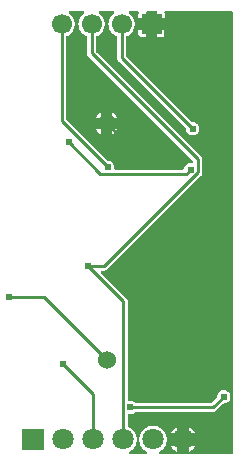
<source format=gbl>
G04 Layer: BottomLayer*
G04 EasyEDA v6.4.25, 2022-01-11T00:03:50+05:30*
G04 e79d8a0691a342feb3cd135c88b6c30b,bb4acb9064584a23a31515f2769df67a,10*
G04 Gerber Generator version 0.2*
G04 Scale: 100 percent, Rotated: No, Reflected: No *
G04 Dimensions in millimeters *
G04 leading zeros omitted , absolute positions ,4 integer and 5 decimal *
%FSLAX45Y45*%
%MOMM*%

%ADD10C,0.2540*%
%ADD12C,0.6100*%
%ADD19C,1.5240*%
%ADD20R,1.7000X1.7000*%
%ADD21C,1.7000*%
%ADD22C,1.8000*%

%LPD*%
G36*
X1878177Y6133896D02*
G01*
X1874062Y6134760D01*
X1870710Y6137198D01*
X1868576Y6140805D01*
X1868068Y6144971D01*
X1868830Y6153912D01*
X1867966Y6163716D01*
X1865426Y6173216D01*
X1861312Y6182106D01*
X1855673Y6190183D01*
X1848713Y6197092D01*
X1840636Y6202730D01*
X1831746Y6206896D01*
X1822246Y6209436D01*
X1814220Y6210147D01*
X1810816Y6211062D01*
X1807921Y6213094D01*
X1464005Y6557009D01*
X1461770Y6560312D01*
X1461008Y6564172D01*
X1461008Y7255459D01*
X1461770Y7259269D01*
X1463852Y7262520D01*
X1467053Y7264755D01*
X1473708Y7267702D01*
X1485849Y7275068D01*
X1496974Y7283907D01*
X1506829Y7294118D01*
X1515313Y7305497D01*
X1522323Y7317892D01*
X1527657Y7331049D01*
X1531264Y7344816D01*
X1533042Y7358888D01*
X1533042Y7373112D01*
X1531264Y7387183D01*
X1527657Y7400950D01*
X1522323Y7414107D01*
X1515313Y7426502D01*
X1506829Y7437881D01*
X1496974Y7448092D01*
X1487017Y7455966D01*
X1484376Y7459167D01*
X1483258Y7463180D01*
X1483766Y7467295D01*
X1485950Y7470851D01*
X1489303Y7473238D01*
X1493367Y7474102D01*
X1605635Y7474102D01*
X1609801Y7473188D01*
X1613204Y7470698D01*
X1615287Y7466990D01*
X1615694Y7462723D01*
X1614322Y7458709D01*
X1611426Y7455611D01*
X1607261Y7452715D01*
X1596745Y7443165D01*
X1587550Y7432344D01*
X1579778Y7420406D01*
X1573631Y7407605D01*
X1569161Y7394143D01*
X1566418Y7380173D01*
X1565503Y7366000D01*
X1566418Y7351826D01*
X1569161Y7337856D01*
X1573631Y7324394D01*
X1579778Y7311593D01*
X1587550Y7299655D01*
X1596745Y7288834D01*
X1607261Y7279284D01*
X1618894Y7271207D01*
X1632305Y7264247D01*
X1635201Y7261961D01*
X1637131Y7258812D01*
X1637792Y7255205D01*
X1637792Y7120178D01*
X1638604Y7112152D01*
X1640789Y7104938D01*
X1644345Y7098284D01*
X1649475Y7092035D01*
X2533700Y6207760D01*
X2535986Y6204356D01*
X2536698Y6200394D01*
X2536647Y6197854D01*
X2535732Y6193790D01*
X2533294Y6190488D01*
X2529687Y6188405D01*
X2525623Y6187897D01*
X2514955Y6188811D01*
X2505151Y6187998D01*
X2495651Y6185458D01*
X2486761Y6181293D01*
X2478684Y6175654D01*
X2471775Y6168694D01*
X2466136Y6160668D01*
X2461971Y6151727D01*
X2459228Y6141466D01*
X2457196Y6137554D01*
X2453690Y6134862D01*
X2449372Y6133896D01*
G37*

%LPC*%
G36*
X1847850Y6432854D02*
G01*
X1855419Y6436664D01*
X1866646Y6444386D01*
X1876806Y6453530D01*
X1885594Y6463944D01*
X1892909Y6475425D01*
X1895043Y6480048D01*
X1847850Y6480048D01*
G37*
G36*
X1758950Y6432854D02*
G01*
X1758950Y6480048D01*
X1711756Y6480048D01*
X1713890Y6475425D01*
X1721205Y6463944D01*
X1729993Y6453530D01*
X1740154Y6444386D01*
X1751380Y6436664D01*
G37*
G36*
X1711604Y6568948D02*
G01*
X1758950Y6568948D01*
X1758950Y6616293D01*
X1757375Y6615633D01*
X1745640Y6608673D01*
X1734921Y6600190D01*
X1725422Y6590385D01*
X1717344Y6579412D01*
G37*
G36*
X1847850Y6568948D02*
G01*
X1895195Y6568948D01*
X1889455Y6579412D01*
X1881378Y6590385D01*
X1871878Y6600190D01*
X1861159Y6608673D01*
X1849424Y6615633D01*
X1847850Y6616293D01*
G37*

%LPD*%
G36*
X2000504Y3725926D02*
G01*
X1996135Y3726891D01*
X1992680Y3729583D01*
X1990648Y3733546D01*
X1990496Y3737965D01*
X1992274Y3742029D01*
X1995576Y3744976D01*
X2005177Y3750259D01*
X2016963Y3758793D01*
X2027580Y3768750D01*
X2036876Y3779977D01*
X2044649Y3792270D01*
X2050846Y3805428D01*
X2055368Y3819296D01*
X2058060Y3833571D01*
X2058974Y3848100D01*
X2058060Y3862628D01*
X2055368Y3876903D01*
X2050846Y3890772D01*
X2044649Y3903929D01*
X2036876Y3916222D01*
X2027580Y3927449D01*
X2016963Y3937406D01*
X2005177Y3945940D01*
X1992426Y3952951D01*
X1988108Y3954678D01*
X1984756Y3956862D01*
X1982520Y3960164D01*
X1981707Y3964127D01*
X1981707Y4055414D01*
X1982571Y4059529D01*
X1985010Y4062933D01*
X1988667Y4065066D01*
X1992833Y4065524D01*
X2003958Y4064457D01*
X2013712Y4065320D01*
X2023211Y4067860D01*
X2032101Y4072026D01*
X2040128Y4077665D01*
X2041753Y4079240D01*
X2045055Y4081475D01*
X2048916Y4082237D01*
X2705455Y4082237D01*
X2713482Y4082999D01*
X2720746Y4085234D01*
X2727401Y4088790D01*
X2733598Y4093870D01*
X2791409Y4151680D01*
X2794304Y4153712D01*
X2797708Y4154627D01*
X2805734Y4155338D01*
X2815234Y4157878D01*
X2824124Y4161993D01*
X2832201Y4167632D01*
X2839161Y4174591D01*
X2844800Y4182618D01*
X2848914Y4191558D01*
X2851454Y4201058D01*
X2852318Y4210812D01*
X2851454Y4220616D01*
X2848914Y4230116D01*
X2844800Y4239006D01*
X2839161Y4247083D01*
X2832201Y4253992D01*
X2824124Y4259630D01*
X2815234Y4263796D01*
X2805734Y4266336D01*
X2795981Y4267200D01*
X2786176Y4266336D01*
X2776677Y4263796D01*
X2767787Y4259630D01*
X2759710Y4253992D01*
X2752801Y4247083D01*
X2747162Y4239006D01*
X2742996Y4230116D01*
X2740456Y4220616D01*
X2739745Y4212590D01*
X2738831Y4209186D01*
X2736799Y4206290D01*
X2692958Y4162399D01*
X2689656Y4160215D01*
X2685745Y4159453D01*
X2048916Y4159453D01*
X2045055Y4160215D01*
X2041753Y4162399D01*
X2040128Y4164025D01*
X2032101Y4169664D01*
X2023211Y4173829D01*
X2013712Y4176369D01*
X2003958Y4177182D01*
X1992833Y4176166D01*
X1988667Y4176623D01*
X1985010Y4178757D01*
X1982571Y4182160D01*
X1981707Y4186275D01*
X1981707Y5019548D01*
X1980895Y5027574D01*
X1978710Y5034788D01*
X1975154Y5041442D01*
X1970074Y5047691D01*
X1756714Y5261051D01*
X1754479Y5264353D01*
X1753717Y5268214D01*
X1754479Y5272125D01*
X1756714Y5275427D01*
X1760016Y5277612D01*
X1763877Y5278374D01*
X1781962Y5278374D01*
X1789988Y5279186D01*
X1797202Y5281371D01*
X1803857Y5284927D01*
X1810105Y5290058D01*
X2602280Y6082182D01*
X2607360Y6088430D01*
X2610916Y6095085D01*
X2613152Y6102350D01*
X2613914Y6110376D01*
X2613914Y6220256D01*
X2613152Y6228283D01*
X2610916Y6235547D01*
X2607360Y6242202D01*
X2602280Y6248450D01*
X1718005Y7132726D01*
X1715770Y7135977D01*
X1715007Y7139889D01*
X1715007Y7255459D01*
X1715770Y7259269D01*
X1717852Y7262520D01*
X1721053Y7264755D01*
X1727707Y7267702D01*
X1739849Y7275068D01*
X1750974Y7283907D01*
X1760829Y7294118D01*
X1769313Y7305497D01*
X1776323Y7317892D01*
X1781657Y7331049D01*
X1785264Y7344816D01*
X1787042Y7358888D01*
X1787042Y7373112D01*
X1785264Y7387183D01*
X1781657Y7400950D01*
X1776323Y7414107D01*
X1769313Y7426502D01*
X1760829Y7437881D01*
X1750974Y7448092D01*
X1741017Y7455966D01*
X1738375Y7459167D01*
X1737258Y7463180D01*
X1737766Y7467295D01*
X1739950Y7470851D01*
X1743303Y7473238D01*
X1747367Y7474102D01*
X1859635Y7474102D01*
X1863801Y7473188D01*
X1867204Y7470698D01*
X1869287Y7466990D01*
X1869693Y7462723D01*
X1868322Y7458709D01*
X1865426Y7455611D01*
X1861261Y7452715D01*
X1850745Y7443165D01*
X1841550Y7432344D01*
X1833778Y7420406D01*
X1827631Y7407605D01*
X1823161Y7394143D01*
X1820418Y7380173D01*
X1819503Y7366000D01*
X1820418Y7351826D01*
X1823161Y7337856D01*
X1827631Y7324394D01*
X1833778Y7311593D01*
X1841550Y7299655D01*
X1850745Y7288834D01*
X1861261Y7279284D01*
X1872894Y7271207D01*
X1886305Y7264247D01*
X1889201Y7261961D01*
X1891131Y7258812D01*
X1891792Y7255205D01*
X1891792Y7081469D01*
X1892604Y7073442D01*
X1894789Y7066229D01*
X1898345Y7059574D01*
X1903475Y7053325D01*
X2472791Y6483959D01*
X2474823Y6481114D01*
X2475738Y6477660D01*
X2476449Y6469634D01*
X2478989Y6460134D01*
X2483154Y6451244D01*
X2488793Y6443218D01*
X2495702Y6436258D01*
X2503779Y6430619D01*
X2512669Y6426454D01*
X2522169Y6423914D01*
X2531973Y6423050D01*
X2541727Y6423914D01*
X2551226Y6426454D01*
X2560116Y6430619D01*
X2568194Y6436258D01*
X2575153Y6443218D01*
X2580792Y6451244D01*
X2584907Y6460134D01*
X2587447Y6469634D01*
X2588310Y6479438D01*
X2587447Y6489192D01*
X2584907Y6498691D01*
X2580792Y6507632D01*
X2575153Y6515658D01*
X2568194Y6522618D01*
X2560116Y6528257D01*
X2551226Y6532422D01*
X2541727Y6534962D01*
X2533700Y6535623D01*
X2530297Y6536537D01*
X2527401Y6538569D01*
X1972005Y7094016D01*
X1969770Y7097268D01*
X1969007Y7101179D01*
X1969007Y7255459D01*
X1969770Y7259269D01*
X1971852Y7262520D01*
X1975053Y7264755D01*
X1981707Y7267702D01*
X1993849Y7275068D01*
X2004974Y7283907D01*
X2014829Y7294118D01*
X2023313Y7305497D01*
X2030323Y7317892D01*
X2035657Y7331049D01*
X2039264Y7344816D01*
X2041042Y7358888D01*
X2041042Y7373112D01*
X2039264Y7387183D01*
X2035657Y7400950D01*
X2030323Y7414107D01*
X2023313Y7426502D01*
X2014829Y7437881D01*
X2004974Y7448092D01*
X1995017Y7455966D01*
X1992375Y7459167D01*
X1991258Y7463180D01*
X1991766Y7467295D01*
X1993950Y7470851D01*
X1997303Y7473238D01*
X2001367Y7474102D01*
X2065934Y7474102D01*
X2069744Y7473340D01*
X2072995Y7471257D01*
X2075180Y7468158D01*
X2076094Y7464399D01*
X2075535Y7460589D01*
X2074214Y7456728D01*
X2073503Y7450429D01*
X2073503Y7414869D01*
X2135530Y7414869D01*
X2135530Y7463942D01*
X2136343Y7467803D01*
X2138527Y7471105D01*
X2141829Y7473340D01*
X2145690Y7474102D01*
X2223109Y7474102D01*
X2226970Y7473340D01*
X2230272Y7471105D01*
X2232456Y7467803D01*
X2233269Y7463942D01*
X2233269Y7414869D01*
X2295296Y7414869D01*
X2295296Y7450429D01*
X2294585Y7456728D01*
X2293264Y7460589D01*
X2292705Y7464399D01*
X2293620Y7468158D01*
X2295804Y7471257D01*
X2299055Y7473340D01*
X2302865Y7474102D01*
X2863951Y7474102D01*
X2867812Y7473340D01*
X2871114Y7471105D01*
X2873298Y7467803D01*
X2874111Y7463942D01*
X2874111Y3736086D01*
X2873298Y3732174D01*
X2871114Y3728872D01*
X2867812Y3726687D01*
X2863951Y3725926D01*
X2508504Y3725926D01*
X2504135Y3726891D01*
X2500325Y3730193D01*
X2499461Y3728872D01*
X2496159Y3726687D01*
X2492298Y3725926D01*
X2409901Y3725926D01*
X2406040Y3726687D01*
X2401570Y3729583D01*
X2398064Y3726891D01*
X2393696Y3725926D01*
X2254504Y3725926D01*
X2250135Y3726891D01*
X2246680Y3729583D01*
X2244648Y3733546D01*
X2244496Y3737965D01*
X2246274Y3742029D01*
X2249576Y3744976D01*
X2259177Y3750259D01*
X2270963Y3758793D01*
X2281580Y3768750D01*
X2290876Y3779977D01*
X2298649Y3792270D01*
X2304846Y3805428D01*
X2309368Y3819296D01*
X2312060Y3833571D01*
X2312974Y3848100D01*
X2312060Y3862628D01*
X2309368Y3876903D01*
X2304846Y3890772D01*
X2298649Y3903929D01*
X2290876Y3916222D01*
X2281580Y3927449D01*
X2270963Y3937406D01*
X2259177Y3945940D01*
X2246426Y3952951D01*
X2232914Y3958336D01*
X2218791Y3961942D01*
X2204364Y3963771D01*
X2189835Y3963771D01*
X2175408Y3961942D01*
X2161286Y3958336D01*
X2147773Y3952951D01*
X2135022Y3945940D01*
X2123236Y3937406D01*
X2112619Y3927449D01*
X2103323Y3916222D01*
X2095550Y3903929D01*
X2089353Y3890772D01*
X2084832Y3876903D01*
X2082139Y3862628D01*
X2081225Y3848100D01*
X2082139Y3833571D01*
X2084832Y3819296D01*
X2089353Y3805428D01*
X2095550Y3792270D01*
X2103323Y3779977D01*
X2112619Y3768750D01*
X2123236Y3758793D01*
X2135022Y3750259D01*
X2144623Y3744976D01*
X2147925Y3742029D01*
X2149703Y3737965D01*
X2149551Y3733546D01*
X2147570Y3729583D01*
X2144064Y3726891D01*
X2139696Y3725926D01*
G37*

%LPC*%
G36*
X2502458Y3743960D02*
G01*
X2503576Y3744976D01*
X2513177Y3750259D01*
X2524963Y3758793D01*
X2535580Y3768750D01*
X2544876Y3779977D01*
X2552649Y3792270D01*
X2554782Y3796741D01*
X2502458Y3796741D01*
G37*
G36*
X2399741Y3743960D02*
G01*
X2399741Y3796741D01*
X2347417Y3796741D01*
X2349550Y3792270D01*
X2357323Y3779977D01*
X2366619Y3768750D01*
X2377236Y3758793D01*
X2389022Y3750259D01*
X2398623Y3744976D01*
G37*
G36*
X2502458Y3899458D02*
G01*
X2554782Y3899458D01*
X2552649Y3903929D01*
X2544876Y3916222D01*
X2535580Y3927449D01*
X2524963Y3937406D01*
X2513177Y3945940D01*
X2502458Y3951833D01*
G37*
G36*
X2347417Y3899458D02*
G01*
X2399741Y3899458D01*
X2399741Y3951833D01*
X2389022Y3945940D01*
X2377236Y3937406D01*
X2366619Y3927449D01*
X2357323Y3916222D01*
X2349550Y3903929D01*
G37*
G36*
X2233269Y7255103D02*
G01*
X2268829Y7255103D01*
X2275128Y7255814D01*
X2280615Y7257694D01*
X2285492Y7260793D01*
X2289606Y7264908D01*
X2292705Y7269784D01*
X2294585Y7275271D01*
X2295296Y7281570D01*
X2295296Y7317130D01*
X2233269Y7317130D01*
G37*
G36*
X2099970Y7255103D02*
G01*
X2135530Y7255103D01*
X2135530Y7317130D01*
X2073503Y7317130D01*
X2073503Y7281570D01*
X2074214Y7275271D01*
X2076094Y7269784D01*
X2079193Y7264908D01*
X2083307Y7260793D01*
X2088184Y7257694D01*
X2093671Y7255814D01*
G37*

%LPD*%
D10*
X2288491Y6179479D02*
G01*
X2148410Y6179479D01*
X1803402Y6524487D01*
X2184402Y7365989D02*
G01*
X2297534Y7365989D01*
X2297534Y7365989D02*
G01*
X2297534Y7116942D01*
X2696187Y6718289D01*
X1930402Y7365989D02*
G01*
X1930402Y7080976D01*
X2531950Y6479428D01*
X1803402Y4524491D02*
G01*
X1272898Y5054996D01*
X979756Y5054996D01*
X1676402Y7365989D02*
G01*
X1676402Y7119686D01*
X2575308Y6220780D01*
X2575308Y6109858D01*
X1782447Y5316997D01*
X1646151Y5316997D01*
X1943102Y3848089D02*
G01*
X1943102Y5020045D01*
X1646151Y5316997D01*
X1422402Y7365989D02*
G01*
X1422402Y6543995D01*
X1812470Y6153927D01*
X1689102Y3848089D02*
G01*
X1689102Y4231299D01*
X1433603Y4486798D01*
X2795958Y4210827D02*
G01*
X2705966Y4120835D01*
X2003910Y4120835D01*
X1483286Y6363807D02*
G01*
X1751789Y6095304D01*
X2477772Y6095304D01*
X2514932Y6132464D01*
D19*
G01*
X1803400Y4524502D03*
G01*
X1803400Y6524497D03*
D20*
G01*
X2184400Y7366000D03*
D21*
G01*
X1930400Y7366000D03*
G01*
X1676400Y7366000D03*
G01*
X1422400Y7366000D03*
D22*
G01*
X2451100Y3848100D03*
G01*
X2197100Y3848100D03*
G01*
X1943100Y3848100D03*
G01*
X1689100Y3848100D03*
G01*
X1435100Y3848100D03*
G36*
X1091100Y3938099D02*
G01*
X1271099Y3938099D01*
X1271099Y3758100D01*
X1091100Y3758100D01*
G37*
D12*
G01*
X2288489Y6179489D03*
G01*
X2696184Y6718300D03*
G01*
X2531948Y6479438D03*
G01*
X979754Y5055006D03*
G01*
X1646148Y5317007D03*
G01*
X1812467Y6153937D03*
G01*
X1433601Y4486808D03*
G01*
X2795955Y4210837D03*
G01*
X2003907Y4120845D03*
G01*
X2514930Y6132474D03*
G01*
X1483283Y6363817D03*
M02*

</source>
